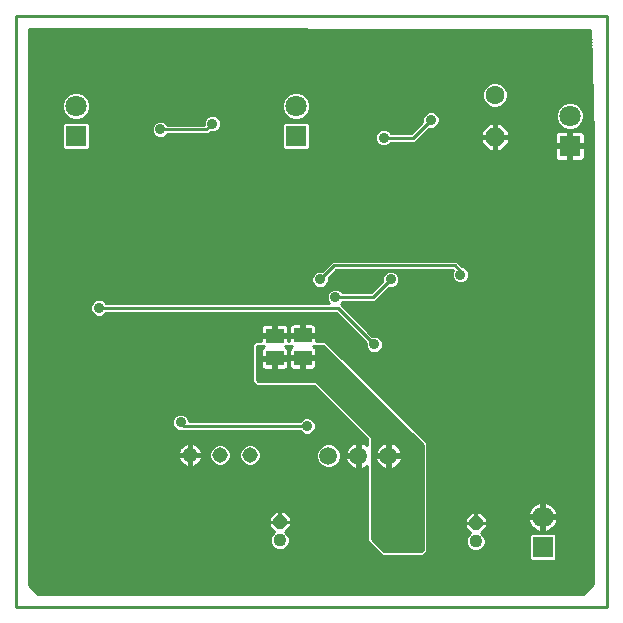
<source format=gbl>
G75*
G70*
%OFA0B0*%
%FSLAX24Y24*%
%IPPOS*%
%LPD*%
%AMOC8*
5,1,8,0,0,1.08239X$1,22.5*
%
%ADD10C,0.0100*%
%ADD11R,0.0591X0.0512*%
%ADD12C,0.0594*%
%ADD13OC8,0.0436*%
%ADD14C,0.0436*%
%ADD15R,0.0709X0.0709*%
%ADD16C,0.0709*%
%ADD17OC8,0.0630*%
%ADD18C,0.0630*%
%ADD19C,0.0515*%
%ADD20C,0.0360*%
%ADD21C,0.0210*%
D10*
X004627Y007324D02*
X024312Y007324D01*
X024312Y027009D01*
X004627Y027009D01*
X004627Y007324D01*
X005177Y007915D02*
X023682Y007915D01*
X023584Y007817D02*
X005276Y007817D01*
X005335Y007757D02*
X005060Y008033D01*
X005060Y026576D01*
X023760Y026537D01*
X023839Y022915D01*
X023839Y008072D01*
X023524Y007757D01*
X005335Y007757D01*
X005079Y008014D02*
X023781Y008014D01*
X023839Y008112D02*
X005060Y008112D01*
X005060Y008211D02*
X023839Y008211D01*
X023839Y008309D02*
X005060Y008309D01*
X005060Y008408D02*
X023839Y008408D01*
X023839Y008506D02*
X005060Y008506D01*
X005060Y008605D02*
X023839Y008605D01*
X023839Y008703D02*
X005060Y008703D01*
X005060Y008802D02*
X023839Y008802D01*
X023839Y008900D02*
X022614Y008900D01*
X022630Y008916D02*
X022630Y009716D01*
X022566Y009781D01*
X021766Y009781D01*
X021702Y009716D01*
X021702Y008916D01*
X021766Y008852D01*
X022566Y008852D01*
X022630Y008916D01*
X022630Y008999D02*
X023839Y008999D01*
X023839Y009097D02*
X022630Y009097D01*
X022630Y009196D02*
X023839Y009196D01*
X023839Y009294D02*
X022630Y009294D01*
X022630Y009393D02*
X023839Y009393D01*
X023839Y009491D02*
X022630Y009491D01*
X022630Y009590D02*
X023839Y009590D01*
X023839Y009688D02*
X022630Y009688D01*
X022495Y009932D02*
X022551Y009988D01*
X022597Y010052D01*
X022633Y010123D01*
X022658Y010198D01*
X022669Y010266D01*
X022216Y010266D01*
X022216Y009814D01*
X022284Y009824D01*
X022360Y009849D01*
X022430Y009885D01*
X022495Y009932D01*
X022547Y009984D02*
X023839Y009984D01*
X023839Y010082D02*
X022613Y010082D01*
X022652Y010181D02*
X023839Y010181D01*
X023839Y010279D02*
X022216Y010279D01*
X022216Y010266D02*
X022216Y010366D01*
X022669Y010366D01*
X022658Y010434D01*
X022633Y010510D01*
X022597Y010581D01*
X022551Y010645D01*
X022495Y010701D01*
X022430Y010748D01*
X022360Y010784D01*
X022284Y010808D01*
X022216Y010819D01*
X022216Y010366D01*
X022116Y010366D01*
X022116Y010266D01*
X022216Y010266D01*
X022216Y010181D02*
X022116Y010181D01*
X022116Y010266D02*
X022116Y009814D01*
X022048Y009824D01*
X021972Y009849D01*
X021902Y009885D01*
X021837Y009932D01*
X021781Y009988D01*
X021735Y010052D01*
X021699Y010123D01*
X021674Y010198D01*
X021663Y010266D01*
X022116Y010266D01*
X022116Y010279D02*
X020298Y010279D01*
X020310Y010268D02*
X020094Y010484D01*
X019951Y010484D01*
X019951Y010125D01*
X019932Y010125D01*
X019932Y010107D01*
X019573Y010107D01*
X019573Y009963D01*
X019757Y009780D01*
X019756Y009780D01*
X019663Y009687D01*
X019613Y009567D01*
X019613Y009436D01*
X019663Y009316D01*
X019756Y009223D01*
X019876Y009173D01*
X020007Y009173D01*
X020127Y009223D01*
X020220Y009316D01*
X020270Y009436D01*
X020270Y009567D01*
X020220Y009687D01*
X020127Y009780D01*
X020126Y009780D02*
X020310Y009963D01*
X020310Y010107D01*
X019951Y010107D01*
X019951Y010125D01*
X020310Y010125D01*
X020310Y010268D01*
X020310Y010181D02*
X021680Y010181D01*
X021719Y010082D02*
X020310Y010082D01*
X020310Y009984D02*
X021785Y009984D01*
X021901Y009885D02*
X020232Y009885D01*
X020133Y009787D02*
X023839Y009787D01*
X023839Y009885D02*
X022431Y009885D01*
X022216Y009885D02*
X022116Y009885D01*
X022116Y009984D02*
X022216Y009984D01*
X022216Y010082D02*
X022116Y010082D01*
X022116Y010366D02*
X021663Y010366D01*
X021674Y010434D01*
X021699Y010510D01*
X021735Y010581D01*
X021781Y010645D01*
X021837Y010701D01*
X021902Y010748D01*
X021972Y010784D01*
X022048Y010808D01*
X022116Y010819D01*
X022116Y010366D01*
X022116Y010378D02*
X022216Y010378D01*
X022216Y010476D02*
X022116Y010476D01*
X022116Y010575D02*
X022216Y010575D01*
X022216Y010673D02*
X022116Y010673D01*
X022116Y010772D02*
X022216Y010772D01*
X022383Y010772D02*
X023839Y010772D01*
X023839Y010870D02*
X018330Y010870D01*
X018330Y010772D02*
X021949Y010772D01*
X021810Y010673D02*
X018330Y010673D01*
X018330Y010575D02*
X021732Y010575D01*
X021688Y010476D02*
X020101Y010476D01*
X020200Y010378D02*
X021665Y010378D01*
X021702Y009688D02*
X020219Y009688D01*
X020260Y009590D02*
X021702Y009590D01*
X021702Y009491D02*
X020270Y009491D01*
X020252Y009393D02*
X021702Y009393D01*
X021702Y009294D02*
X020198Y009294D01*
X020061Y009196D02*
X021702Y009196D01*
X021702Y009097D02*
X018279Y009097D01*
X018291Y009108D02*
X018330Y009148D01*
X018330Y012784D01*
X018236Y012878D01*
X015087Y016028D01*
X014929Y016185D01*
X014623Y016185D01*
X014623Y016314D01*
X014228Y016314D01*
X014228Y016414D01*
X014128Y016414D01*
X014128Y016769D01*
X013863Y016769D01*
X013825Y016759D01*
X013790Y016740D01*
X013762Y016712D01*
X013743Y016677D01*
X013732Y016639D01*
X013732Y016414D01*
X014128Y016414D01*
X014128Y016314D01*
X013732Y016314D01*
X013732Y016185D01*
X013678Y016185D01*
X013678Y016306D01*
X013283Y016306D01*
X013283Y016406D01*
X013183Y016406D01*
X013183Y016762D01*
X012918Y016762D01*
X012880Y016751D01*
X012846Y016732D01*
X012818Y016704D01*
X012798Y016670D01*
X012788Y016631D01*
X012788Y016406D01*
X013183Y016406D01*
X013183Y016306D01*
X012788Y016306D01*
X012788Y016185D01*
X012592Y016185D01*
X012498Y016091D01*
X005060Y016091D01*
X005060Y016189D02*
X012788Y016189D01*
X012788Y016288D02*
X005060Y016288D01*
X005060Y016386D02*
X013183Y016386D01*
X013183Y016485D02*
X013283Y016485D01*
X013283Y016406D02*
X013283Y016762D01*
X013548Y016762D01*
X013586Y016751D01*
X013620Y016732D01*
X013648Y016704D01*
X013668Y016670D01*
X013678Y016631D01*
X013678Y016406D01*
X013283Y016406D01*
X013283Y016386D02*
X014128Y016386D01*
X014128Y016485D02*
X014228Y016485D01*
X014228Y016414D02*
X014228Y016769D01*
X014493Y016769D01*
X014531Y016759D01*
X014565Y016740D01*
X014593Y016712D01*
X014613Y016677D01*
X014623Y016639D01*
X014623Y016414D01*
X014228Y016414D01*
X014228Y016386D02*
X016008Y016386D01*
X016106Y016288D02*
X014623Y016288D01*
X014623Y016189D02*
X016205Y016189D01*
X016267Y016126D02*
X016266Y016122D01*
X016266Y016007D01*
X016310Y015900D01*
X016391Y015819D01*
X016498Y015774D01*
X016613Y015774D01*
X016720Y015819D01*
X016802Y015900D01*
X016846Y016007D01*
X016846Y016122D01*
X016802Y016229D01*
X016720Y016310D01*
X016613Y016354D01*
X016498Y016354D01*
X016494Y016353D01*
X015437Y017409D01*
X015502Y017475D01*
X015504Y017479D01*
X016583Y017479D01*
X017045Y017942D01*
X017049Y017940D01*
X017165Y017940D01*
X017271Y017984D01*
X017353Y018065D01*
X017397Y018172D01*
X017397Y018287D01*
X017353Y018394D01*
X017271Y018476D01*
X017165Y018520D01*
X017049Y018520D01*
X016943Y018476D01*
X016861Y018394D01*
X016817Y018287D01*
X016817Y018172D01*
X016819Y018168D01*
X016450Y017799D01*
X015504Y017799D01*
X015502Y017803D01*
X015421Y017885D01*
X015314Y017929D01*
X015199Y017929D01*
X015092Y017885D01*
X015011Y017803D01*
X014967Y017697D01*
X014967Y017581D01*
X015011Y017475D01*
X015041Y017445D01*
X007630Y017445D01*
X007628Y017449D01*
X007547Y017531D01*
X007440Y017575D01*
X007325Y017575D01*
X007218Y017531D01*
X007137Y017449D01*
X007092Y017343D01*
X007092Y017227D01*
X007137Y017121D01*
X007218Y017039D01*
X007325Y016995D01*
X007440Y016995D01*
X007547Y017039D01*
X007628Y017121D01*
X007630Y017125D01*
X015269Y017125D01*
X016267Y016126D01*
X016266Y016091D02*
X015023Y016091D01*
X015122Y015992D02*
X016272Y015992D01*
X016316Y015894D02*
X015220Y015894D01*
X015319Y015795D02*
X016448Y015795D01*
X016664Y015795D02*
X023839Y015795D01*
X023839Y015697D02*
X015417Y015697D01*
X015516Y015598D02*
X023839Y015598D01*
X023839Y015500D02*
X015614Y015500D01*
X015713Y015401D02*
X023839Y015401D01*
X023839Y015303D02*
X015811Y015303D01*
X015910Y015204D02*
X023839Y015204D01*
X023839Y015106D02*
X016008Y015106D01*
X016107Y015007D02*
X023839Y015007D01*
X023839Y014909D02*
X016205Y014909D01*
X016304Y014810D02*
X023839Y014810D01*
X023839Y014712D02*
X016402Y014712D01*
X016501Y014613D02*
X023839Y014613D01*
X023839Y014515D02*
X016599Y014515D01*
X016698Y014416D02*
X023839Y014416D01*
X023839Y014318D02*
X016796Y014318D01*
X016895Y014219D02*
X023839Y014219D01*
X023839Y014121D02*
X016993Y014121D01*
X017092Y014022D02*
X023839Y014022D01*
X023839Y013924D02*
X017190Y013924D01*
X017289Y013825D02*
X023839Y013825D01*
X023839Y013727D02*
X017387Y013727D01*
X017486Y013628D02*
X023839Y013628D01*
X023839Y013530D02*
X017584Y013530D01*
X017683Y013431D02*
X023839Y013431D01*
X023839Y013333D02*
X017781Y013333D01*
X017880Y013234D02*
X023839Y013234D01*
X023839Y013136D02*
X017978Y013136D01*
X018077Y013037D02*
X023839Y013037D01*
X023839Y012939D02*
X018175Y012939D01*
X018274Y012840D02*
X023839Y012840D01*
X023839Y012742D02*
X018330Y012742D01*
X018330Y012643D02*
X023839Y012643D01*
X023839Y012545D02*
X018330Y012545D01*
X018330Y012446D02*
X023839Y012446D01*
X023839Y012348D02*
X018330Y012348D01*
X018330Y012249D02*
X023839Y012249D01*
X023839Y012151D02*
X018330Y012151D01*
X018330Y012052D02*
X023839Y012052D01*
X023839Y011954D02*
X018330Y011954D01*
X018330Y011855D02*
X023839Y011855D01*
X023839Y011757D02*
X018330Y011757D01*
X018330Y011658D02*
X023839Y011658D01*
X023839Y011560D02*
X018330Y011560D01*
X018330Y011461D02*
X023839Y011461D01*
X023839Y011363D02*
X018330Y011363D01*
X018330Y011264D02*
X023839Y011264D01*
X023839Y011166D02*
X018330Y011166D01*
X018330Y011067D02*
X023839Y011067D01*
X023839Y010969D02*
X018330Y010969D01*
X018170Y010969D02*
X016477Y010969D01*
X016477Y011067D02*
X018170Y011067D01*
X018170Y011166D02*
X016477Y011166D01*
X016477Y011264D02*
X018170Y011264D01*
X018170Y011363D02*
X016477Y011363D01*
X016477Y011461D02*
X018170Y011461D01*
X018170Y011560D02*
X016477Y011560D01*
X016477Y011658D02*
X018170Y011658D01*
X018170Y011757D02*
X016477Y011757D01*
X016477Y011855D02*
X018170Y011855D01*
X018170Y011954D02*
X017227Y011954D01*
X017204Y011942D02*
X017266Y011974D01*
X017323Y012015D01*
X017373Y012065D01*
X017414Y012122D01*
X017446Y012184D01*
X017468Y012251D01*
X017477Y012307D01*
X017081Y012307D01*
X017081Y012404D01*
X017477Y012404D01*
X017468Y012460D01*
X017446Y012527D01*
X017414Y012590D01*
X017373Y012647D01*
X017323Y012697D01*
X017266Y012738D01*
X017204Y012770D01*
X017137Y012792D01*
X017081Y012800D01*
X017081Y012404D01*
X016984Y012404D01*
X016984Y012800D01*
X016927Y012792D01*
X016861Y012770D01*
X016798Y012738D01*
X016741Y012697D01*
X016691Y012647D01*
X016650Y012590D01*
X016618Y012527D01*
X016596Y012460D01*
X016587Y012404D01*
X016984Y012404D01*
X016984Y012307D01*
X017081Y012307D01*
X017081Y011911D01*
X017137Y011920D01*
X017204Y011942D01*
X017081Y011954D02*
X016984Y011954D01*
X016984Y011911D02*
X016984Y012307D01*
X016587Y012307D01*
X016596Y012251D01*
X016618Y012184D01*
X016650Y012122D01*
X016691Y012065D01*
X016741Y012015D01*
X016798Y011974D01*
X016861Y011942D01*
X016927Y011920D01*
X016984Y011911D01*
X016984Y012052D02*
X017081Y012052D01*
X017081Y012151D02*
X016984Y012151D01*
X016984Y012249D02*
X017081Y012249D01*
X017081Y012348D02*
X018170Y012348D01*
X018170Y012446D02*
X017470Y012446D01*
X017437Y012545D02*
X018170Y012545D01*
X018170Y012643D02*
X017376Y012643D01*
X017259Y012742D02*
X018146Y012742D01*
X018170Y012718D02*
X018170Y009214D01*
X018131Y009175D01*
X016871Y009175D01*
X016477Y009568D01*
X016477Y012994D01*
X014627Y014844D01*
X012697Y014844D01*
X012658Y014883D01*
X012658Y016025D01*
X012857Y016025D01*
X012879Y016003D01*
X012846Y015984D01*
X012818Y015956D01*
X012798Y015921D01*
X012788Y015883D01*
X012788Y015658D01*
X013183Y015658D01*
X013183Y015558D01*
X012788Y015558D01*
X012788Y015332D01*
X012798Y015294D01*
X012818Y015260D01*
X012846Y015232D01*
X012880Y015212D01*
X012918Y015202D01*
X013183Y015202D01*
X013183Y015558D01*
X013283Y015558D01*
X013283Y015658D01*
X013678Y015658D01*
X013678Y015883D01*
X013668Y015921D01*
X013648Y015956D01*
X013620Y015984D01*
X013587Y016003D01*
X013609Y016025D01*
X013810Y016025D01*
X013824Y016011D01*
X013790Y015991D01*
X013762Y015964D01*
X013743Y015929D01*
X013732Y015891D01*
X013732Y015666D01*
X014128Y015666D01*
X014128Y015566D01*
X013732Y015566D01*
X013732Y015340D01*
X013743Y015302D01*
X013762Y015268D01*
X013790Y015240D01*
X013825Y015220D01*
X013863Y015210D01*
X014128Y015210D01*
X014128Y015566D01*
X014228Y015566D01*
X014228Y015666D01*
X014623Y015666D01*
X014623Y015891D01*
X014613Y015929D01*
X014593Y015964D01*
X014565Y015991D01*
X014532Y016011D01*
X014546Y016025D01*
X014863Y016025D01*
X018170Y012718D01*
X018048Y012840D02*
X016477Y012840D01*
X016477Y012742D02*
X016805Y012742D01*
X016689Y012643D02*
X016477Y012643D01*
X016477Y012545D02*
X016627Y012545D01*
X016594Y012446D02*
X016477Y012446D01*
X016477Y012348D02*
X016984Y012348D01*
X016984Y012446D02*
X017081Y012446D01*
X017081Y012545D02*
X016984Y012545D01*
X016984Y012643D02*
X017081Y012643D01*
X017081Y012742D02*
X016984Y012742D01*
X016477Y012939D02*
X017949Y012939D01*
X017851Y013037D02*
X016433Y013037D01*
X016335Y013136D02*
X017752Y013136D01*
X017654Y013234D02*
X016236Y013234D01*
X016138Y013333D02*
X017555Y013333D01*
X017457Y013431D02*
X016039Y013431D01*
X015941Y013530D02*
X017358Y013530D01*
X017260Y013628D02*
X015842Y013628D01*
X015744Y013727D02*
X017161Y013727D01*
X017063Y013825D02*
X015645Y013825D01*
X015547Y013924D02*
X016964Y013924D01*
X016866Y014022D02*
X015448Y014022D01*
X015350Y014121D02*
X016767Y014121D01*
X016669Y014219D02*
X015251Y014219D01*
X015153Y014318D02*
X016570Y014318D01*
X016472Y014416D02*
X015054Y014416D01*
X014956Y014515D02*
X016373Y014515D01*
X016275Y014613D02*
X014857Y014613D01*
X014759Y014712D02*
X016176Y014712D01*
X016078Y014810D02*
X014660Y014810D01*
X014560Y014684D02*
X016317Y012927D01*
X016317Y012701D01*
X016266Y012738D01*
X016204Y012770D01*
X016137Y012792D01*
X016081Y012800D01*
X016081Y012404D01*
X015984Y012404D01*
X015984Y012800D01*
X015927Y012792D01*
X015861Y012770D01*
X015798Y012738D01*
X015741Y012697D01*
X015691Y012647D01*
X015650Y012590D01*
X015618Y012527D01*
X015596Y012460D01*
X015587Y012404D01*
X015984Y012404D01*
X015984Y012307D01*
X016081Y012307D01*
X016081Y011911D01*
X016137Y011920D01*
X016204Y011942D01*
X016266Y011974D01*
X016317Y012010D01*
X016317Y009502D01*
X016411Y009408D01*
X016804Y009015D01*
X018197Y009015D01*
X018291Y009108D01*
X018330Y009196D02*
X019822Y009196D01*
X019685Y009294D02*
X018330Y009294D01*
X018330Y009393D02*
X019631Y009393D01*
X019613Y009491D02*
X018330Y009491D01*
X018330Y009590D02*
X019623Y009590D01*
X019664Y009688D02*
X018330Y009688D01*
X018330Y009787D02*
X019750Y009787D01*
X019651Y009885D02*
X018330Y009885D01*
X018330Y009984D02*
X019573Y009984D01*
X019573Y010082D02*
X018330Y010082D01*
X018330Y010181D02*
X019573Y010181D01*
X019573Y010125D02*
X019932Y010125D01*
X019932Y010484D01*
X019789Y010484D01*
X019573Y010268D01*
X019573Y010125D01*
X019585Y010279D02*
X018330Y010279D01*
X018330Y010378D02*
X019683Y010378D01*
X019782Y010476D02*
X018330Y010476D01*
X018170Y010476D02*
X016477Y010476D01*
X016477Y010378D02*
X018170Y010378D01*
X018170Y010279D02*
X016477Y010279D01*
X016477Y010181D02*
X018170Y010181D01*
X018170Y010082D02*
X016477Y010082D01*
X016477Y009984D02*
X018170Y009984D01*
X018170Y009885D02*
X016477Y009885D01*
X016477Y009787D02*
X018170Y009787D01*
X018170Y009688D02*
X016477Y009688D01*
X016477Y009590D02*
X018170Y009590D01*
X018170Y009491D02*
X016554Y009491D01*
X016653Y009393D02*
X018170Y009393D01*
X018170Y009294D02*
X016751Y009294D01*
X016850Y009196D02*
X018152Y009196D01*
X018170Y010575D02*
X016477Y010575D01*
X016477Y010673D02*
X018170Y010673D01*
X018170Y010772D02*
X016477Y010772D01*
X016477Y010870D02*
X018170Y010870D01*
X018170Y012052D02*
X017361Y012052D01*
X017429Y012151D02*
X018170Y012151D01*
X018170Y012249D02*
X017467Y012249D01*
X016837Y011954D02*
X016477Y011954D01*
X016477Y012052D02*
X016704Y012052D01*
X016635Y012151D02*
X016477Y012151D01*
X016477Y012249D02*
X016597Y012249D01*
X016317Y011954D02*
X016227Y011954D01*
X016317Y011855D02*
X005060Y011855D01*
X005060Y011757D02*
X016317Y011757D01*
X016317Y011658D02*
X005060Y011658D01*
X005060Y011560D02*
X016317Y011560D01*
X016317Y011461D02*
X005060Y011461D01*
X005060Y011363D02*
X016317Y011363D01*
X016317Y011264D02*
X005060Y011264D01*
X005060Y011166D02*
X016317Y011166D01*
X016317Y011067D02*
X005060Y011067D01*
X005060Y010969D02*
X016317Y010969D01*
X016317Y010870D02*
X005060Y010870D01*
X005060Y010772D02*
X016317Y010772D01*
X016317Y010673D02*
X005060Y010673D01*
X005060Y010575D02*
X016317Y010575D01*
X016317Y010476D02*
X013601Y010476D01*
X013559Y010519D02*
X013415Y010519D01*
X013415Y010160D01*
X013397Y010160D01*
X013397Y010142D01*
X013038Y010142D01*
X013038Y009999D01*
X013221Y009815D01*
X013220Y009815D01*
X013128Y009723D01*
X013078Y009602D01*
X013078Y009472D01*
X013128Y009351D01*
X013220Y009259D01*
X013341Y009209D01*
X013471Y009209D01*
X013592Y009259D01*
X013684Y009351D01*
X013734Y009472D01*
X013734Y009602D01*
X013684Y009723D01*
X013592Y009815D01*
X013591Y009815D01*
X013774Y009999D01*
X013774Y010142D01*
X013415Y010142D01*
X013415Y010160D01*
X013774Y010160D01*
X013774Y010303D01*
X013559Y010519D01*
X013415Y010476D02*
X013397Y010476D01*
X013397Y010519D02*
X013254Y010519D01*
X013038Y010303D01*
X013038Y010160D01*
X013397Y010160D01*
X013397Y010519D01*
X013397Y010378D02*
X013415Y010378D01*
X013415Y010279D02*
X013397Y010279D01*
X013397Y010181D02*
X013415Y010181D01*
X013211Y010476D02*
X005060Y010476D01*
X005060Y010378D02*
X013112Y010378D01*
X013038Y010279D02*
X005060Y010279D01*
X005060Y010181D02*
X013038Y010181D01*
X013038Y010082D02*
X005060Y010082D01*
X005060Y009984D02*
X013053Y009984D01*
X013151Y009885D02*
X005060Y009885D01*
X005060Y009787D02*
X013192Y009787D01*
X013114Y009688D02*
X005060Y009688D01*
X005060Y009590D02*
X013078Y009590D01*
X013078Y009491D02*
X005060Y009491D01*
X005060Y009393D02*
X013111Y009393D01*
X013185Y009294D02*
X005060Y009294D01*
X005060Y009196D02*
X016623Y009196D01*
X016525Y009294D02*
X013628Y009294D01*
X013702Y009393D02*
X016426Y009393D01*
X016328Y009491D02*
X013734Y009491D01*
X013734Y009590D02*
X016317Y009590D01*
X016317Y009688D02*
X013699Y009688D01*
X013620Y009787D02*
X016317Y009787D01*
X016317Y009885D02*
X013661Y009885D01*
X013759Y009984D02*
X016317Y009984D01*
X016317Y010082D02*
X013774Y010082D01*
X013774Y010181D02*
X016317Y010181D01*
X016317Y010279D02*
X013774Y010279D01*
X013700Y010378D02*
X016317Y010378D01*
X016722Y009097D02*
X005060Y009097D01*
X005060Y008999D02*
X021702Y008999D01*
X021718Y008900D02*
X005060Y008900D01*
X005060Y011954D02*
X014939Y011954D01*
X014951Y011949D02*
X015113Y011949D01*
X015263Y012011D01*
X015377Y012125D01*
X015439Y012275D01*
X015439Y012437D01*
X015377Y012586D01*
X015263Y012701D01*
X015113Y012763D01*
X014951Y012763D01*
X014802Y012701D01*
X014687Y012586D01*
X014625Y012437D01*
X014625Y012275D01*
X014687Y012125D01*
X014802Y012011D01*
X014951Y011949D01*
X015125Y011954D02*
X015837Y011954D01*
X015861Y011942D02*
X015798Y011974D01*
X015741Y012015D01*
X015691Y012065D01*
X015650Y012122D01*
X015618Y012184D01*
X015596Y012251D01*
X015587Y012307D01*
X015984Y012307D01*
X015984Y011911D01*
X015927Y011920D01*
X015861Y011942D01*
X015984Y011954D02*
X016081Y011954D01*
X016081Y012052D02*
X015984Y012052D01*
X015984Y012151D02*
X016081Y012151D01*
X016081Y012249D02*
X015984Y012249D01*
X015984Y012348D02*
X015439Y012348D01*
X015435Y012446D02*
X015594Y012446D01*
X015627Y012545D02*
X015394Y012545D01*
X015320Y012643D02*
X015689Y012643D01*
X015805Y012742D02*
X015163Y012742D01*
X014901Y012742D02*
X012509Y012742D01*
X012487Y012751D02*
X012341Y012751D01*
X012206Y012695D01*
X012102Y012591D01*
X012047Y012456D01*
X012047Y012310D01*
X012102Y012175D01*
X012206Y012072D01*
X012341Y012016D01*
X012487Y012016D01*
X012622Y012072D01*
X012726Y012175D01*
X012781Y012310D01*
X012781Y012456D01*
X012726Y012591D01*
X012622Y012695D01*
X012487Y012751D01*
X012319Y012742D02*
X011509Y012742D01*
X011487Y012751D02*
X011622Y012695D01*
X011726Y012591D01*
X011781Y012456D01*
X011781Y012310D01*
X011726Y012175D01*
X011622Y012072D01*
X011487Y012016D01*
X011341Y012016D01*
X011206Y012072D01*
X011102Y012175D01*
X011047Y012310D01*
X011047Y012456D01*
X011102Y012591D01*
X011206Y012695D01*
X011341Y012751D01*
X011487Y012751D01*
X011319Y012742D02*
X010608Y012742D01*
X010628Y012732D02*
X010570Y012761D01*
X010509Y012781D01*
X010446Y012791D01*
X010443Y012791D01*
X010443Y012412D01*
X010821Y012412D01*
X010821Y012415D01*
X010811Y012479D01*
X010792Y012540D01*
X010762Y012597D01*
X010725Y012649D01*
X010679Y012694D01*
X010628Y012732D01*
X010729Y012643D02*
X011154Y012643D01*
X011083Y012545D02*
X010789Y012545D01*
X010817Y012446D02*
X011047Y012446D01*
X011047Y012348D02*
X010821Y012348D01*
X010821Y012351D02*
X010821Y012355D01*
X010443Y012355D01*
X010443Y012412D01*
X010385Y012412D01*
X010385Y012355D01*
X010007Y012355D01*
X010007Y012351D01*
X010017Y012288D01*
X010036Y012227D01*
X010065Y012170D01*
X010103Y012118D01*
X010149Y012072D01*
X010200Y012035D01*
X010258Y012006D01*
X010319Y011986D01*
X010382Y011976D01*
X010385Y011976D01*
X010385Y012355D01*
X010443Y012355D01*
X010443Y011976D01*
X010446Y011976D01*
X010509Y011986D01*
X010570Y012006D01*
X010628Y012035D01*
X010679Y012072D01*
X010725Y012118D01*
X010762Y012170D01*
X010792Y012227D01*
X010811Y012288D01*
X010821Y012351D01*
X010799Y012249D02*
X011072Y012249D01*
X011127Y012151D02*
X010749Y012151D01*
X010652Y012052D02*
X011253Y012052D01*
X011575Y012052D02*
X012253Y012052D01*
X012127Y012151D02*
X011701Y012151D01*
X011756Y012249D02*
X012072Y012249D01*
X012047Y012348D02*
X011781Y012348D01*
X011781Y012446D02*
X012047Y012446D01*
X012083Y012545D02*
X011745Y012545D01*
X011674Y012643D02*
X012154Y012643D01*
X012674Y012643D02*
X014744Y012643D01*
X014670Y012545D02*
X012745Y012545D01*
X012781Y012446D02*
X014629Y012446D01*
X014625Y012348D02*
X012781Y012348D01*
X012756Y012249D02*
X014636Y012249D01*
X014677Y012151D02*
X012701Y012151D01*
X012575Y012052D02*
X014760Y012052D01*
X015304Y012052D02*
X015704Y012052D01*
X015635Y012151D02*
X015388Y012151D01*
X015428Y012249D02*
X015597Y012249D01*
X015984Y012446D02*
X016081Y012446D01*
X016081Y012545D02*
X015984Y012545D01*
X015984Y012643D02*
X016081Y012643D01*
X016081Y012742D02*
X015984Y012742D01*
X016259Y012742D02*
X016317Y012742D01*
X016317Y012840D02*
X005060Y012840D01*
X005060Y012742D02*
X010220Y012742D01*
X010200Y012732D02*
X010149Y012694D01*
X010103Y012649D01*
X010065Y012597D01*
X010036Y012540D01*
X010017Y012479D01*
X010007Y012415D01*
X010007Y012412D01*
X010385Y012412D01*
X010385Y012791D01*
X010382Y012791D01*
X010319Y012781D01*
X010258Y012761D01*
X010200Y012732D01*
X010099Y012643D02*
X005060Y012643D01*
X005060Y012545D02*
X010039Y012545D01*
X010011Y012446D02*
X005060Y012446D01*
X005060Y012348D02*
X010007Y012348D01*
X010029Y012249D02*
X005060Y012249D01*
X005060Y012151D02*
X010079Y012151D01*
X010176Y012052D02*
X005060Y012052D01*
X005060Y012939D02*
X016305Y012939D01*
X016207Y013037D02*
X005060Y013037D01*
X005060Y013136D02*
X014114Y013136D01*
X014147Y013102D02*
X014254Y013058D01*
X014369Y013058D01*
X014476Y013102D01*
X014557Y013184D01*
X014602Y013290D01*
X014602Y013406D01*
X014557Y013512D01*
X014476Y013594D01*
X014369Y013638D01*
X014254Y013638D01*
X014147Y013594D01*
X014066Y013512D01*
X014064Y013508D01*
X010389Y013508D01*
X010389Y013524D01*
X010345Y013630D01*
X010263Y013712D01*
X010157Y013756D01*
X010041Y013756D01*
X009935Y013712D01*
X009853Y013630D01*
X009809Y013524D01*
X009809Y013408D01*
X009853Y013302D01*
X009935Y013220D01*
X010041Y013176D01*
X010157Y013176D01*
X010185Y013188D01*
X014064Y013188D01*
X014066Y013184D01*
X014147Y013102D01*
X014312Y013348D02*
X010217Y013348D01*
X010099Y013466D01*
X009971Y013727D02*
X005060Y013727D01*
X005060Y013825D02*
X015419Y013825D01*
X015517Y013727D02*
X010227Y013727D01*
X010346Y013628D02*
X014231Y013628D01*
X014392Y013628D02*
X015616Y013628D01*
X015714Y013530D02*
X014540Y013530D01*
X014591Y013431D02*
X015813Y013431D01*
X015911Y013333D02*
X014602Y013333D01*
X014578Y013234D02*
X016010Y013234D01*
X016108Y013136D02*
X014510Y013136D01*
X014083Y013530D02*
X010386Y013530D01*
X009852Y013628D02*
X005060Y013628D01*
X005060Y013530D02*
X009812Y013530D01*
X009809Y013431D02*
X005060Y013431D01*
X005060Y013333D02*
X009840Y013333D01*
X009921Y013234D02*
X005060Y013234D01*
X005060Y013924D02*
X015320Y013924D01*
X015222Y014022D02*
X005060Y014022D01*
X005060Y014121D02*
X015123Y014121D01*
X015025Y014219D02*
X005060Y014219D01*
X005060Y014318D02*
X014926Y014318D01*
X014828Y014416D02*
X005060Y014416D01*
X005060Y014515D02*
X014729Y014515D01*
X014631Y014613D02*
X005060Y014613D01*
X005060Y014712D02*
X012603Y014712D01*
X012592Y014723D02*
X012631Y014684D01*
X013123Y014684D01*
X013152Y014672D01*
X013267Y014672D01*
X013296Y014684D01*
X014560Y014684D01*
X014493Y015210D02*
X014228Y015210D01*
X014228Y015566D01*
X014623Y015566D01*
X014623Y015340D01*
X014613Y015302D01*
X014593Y015268D01*
X014565Y015240D01*
X014531Y015220D01*
X014493Y015210D01*
X014613Y015303D02*
X015585Y015303D01*
X015487Y015401D02*
X014623Y015401D01*
X014623Y015500D02*
X015388Y015500D01*
X015290Y015598D02*
X014228Y015598D01*
X014228Y015500D02*
X014128Y015500D01*
X014128Y015598D02*
X013283Y015598D01*
X013283Y015558D02*
X013678Y015558D01*
X013678Y015332D01*
X013668Y015294D01*
X013648Y015260D01*
X013620Y015232D01*
X013586Y015212D01*
X013548Y015202D01*
X013283Y015202D01*
X013283Y015558D01*
X013283Y015500D02*
X013183Y015500D01*
X013209Y015584D02*
X013233Y015608D01*
X013209Y015584D02*
X013209Y014962D01*
X013183Y015204D02*
X013283Y015204D01*
X013283Y015303D02*
X013183Y015303D01*
X013183Y015401D02*
X013283Y015401D01*
X013183Y015598D02*
X012658Y015598D01*
X012658Y015500D02*
X012788Y015500D01*
X012788Y015401D02*
X012658Y015401D01*
X012658Y015303D02*
X012795Y015303D01*
X012909Y015204D02*
X012658Y015204D01*
X012658Y015106D02*
X015782Y015106D01*
X015684Y015204D02*
X013557Y015204D01*
X013670Y015303D02*
X013742Y015303D01*
X013732Y015401D02*
X013678Y015401D01*
X013678Y015500D02*
X013732Y015500D01*
X013732Y015697D02*
X013678Y015697D01*
X013678Y015795D02*
X013732Y015795D01*
X013733Y015894D02*
X013675Y015894D01*
X013605Y015992D02*
X013792Y015992D01*
X013732Y016189D02*
X013678Y016189D01*
X013678Y016288D02*
X013732Y016288D01*
X013732Y016485D02*
X013678Y016485D01*
X013678Y016583D02*
X013732Y016583D01*
X013745Y016682D02*
X013661Y016682D01*
X013283Y016682D02*
X013183Y016682D01*
X013183Y016583D02*
X013283Y016583D01*
X012805Y016682D02*
X005060Y016682D01*
X005060Y016780D02*
X015614Y016780D01*
X015712Y016682D02*
X014610Y016682D01*
X014623Y016583D02*
X015811Y016583D01*
X015909Y016485D02*
X014623Y016485D01*
X014228Y016583D02*
X014128Y016583D01*
X014128Y016682D02*
X014228Y016682D01*
X014564Y015992D02*
X014896Y015992D01*
X014994Y015894D02*
X014622Y015894D01*
X014623Y015795D02*
X015093Y015795D01*
X015191Y015697D02*
X014623Y015697D01*
X014228Y015401D02*
X014128Y015401D01*
X014128Y015303D02*
X014228Y015303D01*
X012788Y015697D02*
X012658Y015697D01*
X012658Y015795D02*
X012788Y015795D01*
X012790Y015894D02*
X012658Y015894D01*
X012658Y015992D02*
X012860Y015992D01*
X012498Y015992D02*
X005060Y015992D01*
X005060Y015894D02*
X012498Y015894D01*
X012498Y015795D02*
X005060Y015795D01*
X005060Y015697D02*
X012498Y015697D01*
X012498Y015598D02*
X005060Y015598D01*
X005060Y015500D02*
X012498Y015500D01*
X012498Y015401D02*
X005060Y015401D01*
X005060Y015303D02*
X012498Y015303D01*
X012498Y015204D02*
X005060Y015204D01*
X005060Y015106D02*
X012498Y015106D01*
X012498Y015007D02*
X005060Y015007D01*
X005060Y014909D02*
X012498Y014909D01*
X012498Y014817D02*
X012592Y014723D01*
X012505Y014810D02*
X005060Y014810D01*
X005060Y016485D02*
X012788Y016485D01*
X012788Y016583D02*
X005060Y016583D01*
X005060Y016879D02*
X015515Y016879D01*
X015417Y016977D02*
X005060Y016977D01*
X005060Y017076D02*
X007181Y017076D01*
X007114Y017174D02*
X005060Y017174D01*
X005060Y017273D02*
X007092Y017273D01*
X007104Y017371D02*
X005060Y017371D01*
X005060Y017470D02*
X007157Y017470D01*
X007309Y017568D02*
X005060Y017568D01*
X005060Y017667D02*
X014967Y017667D01*
X014972Y017568D02*
X007456Y017568D01*
X007608Y017470D02*
X015016Y017470D01*
X015257Y017639D02*
X016516Y017639D01*
X017107Y018230D01*
X017219Y017962D02*
X023839Y017962D01*
X023839Y017864D02*
X016967Y017864D01*
X016869Y017765D02*
X023839Y017765D01*
X023839Y017667D02*
X016770Y017667D01*
X016672Y017568D02*
X023839Y017568D01*
X023839Y017470D02*
X015497Y017470D01*
X015475Y017371D02*
X023839Y017371D01*
X023839Y017273D02*
X015574Y017273D01*
X015672Y017174D02*
X023839Y017174D01*
X023839Y017076D02*
X015771Y017076D01*
X015869Y016977D02*
X023839Y016977D01*
X023839Y016879D02*
X015968Y016879D01*
X016066Y016780D02*
X023839Y016780D01*
X023839Y016682D02*
X016165Y016682D01*
X016263Y016583D02*
X023839Y016583D01*
X023839Y016485D02*
X016362Y016485D01*
X016460Y016386D02*
X023839Y016386D01*
X023839Y016288D02*
X016742Y016288D01*
X016818Y016189D02*
X023839Y016189D01*
X023839Y016091D02*
X016846Y016091D01*
X016840Y015992D02*
X023839Y015992D01*
X023839Y015894D02*
X016795Y015894D01*
X016556Y016064D02*
X015335Y017285D01*
X007382Y017285D01*
X007584Y017076D02*
X015318Y017076D01*
X014995Y017765D02*
X005060Y017765D01*
X005060Y017864D02*
X015071Y017864D01*
X014909Y017984D02*
X014991Y018065D01*
X015035Y018172D01*
X015035Y018287D01*
X015033Y018292D01*
X015283Y018542D01*
X019167Y018542D01*
X019176Y018533D01*
X019140Y018445D01*
X019140Y018330D01*
X019184Y018223D01*
X019265Y018141D01*
X019372Y018097D01*
X019487Y018097D01*
X019594Y018141D01*
X019676Y018223D01*
X019720Y018330D01*
X019720Y018445D01*
X019676Y018551D01*
X019594Y018633D01*
X019487Y018677D01*
X019484Y018677D01*
X019393Y018768D01*
X019299Y018862D01*
X015151Y018862D01*
X014807Y018518D01*
X014802Y018520D01*
X014687Y018520D01*
X014580Y018476D01*
X014499Y018394D01*
X014455Y018287D01*
X014455Y018172D01*
X014499Y018065D01*
X014580Y017984D01*
X014687Y017940D01*
X014802Y017940D01*
X014909Y017984D01*
X014857Y017962D02*
X016613Y017962D01*
X016515Y017864D02*
X015442Y017864D01*
X014986Y018061D02*
X016712Y018061D01*
X016810Y018159D02*
X015029Y018159D01*
X015035Y018258D02*
X016817Y018258D01*
X016845Y018356D02*
X015097Y018356D01*
X015196Y018455D02*
X016922Y018455D01*
X017292Y018455D02*
X019144Y018455D01*
X019140Y018356D02*
X017368Y018356D01*
X017397Y018258D02*
X019169Y018258D01*
X019248Y018159D02*
X017392Y018159D01*
X017348Y018061D02*
X023839Y018061D01*
X023839Y018159D02*
X019612Y018159D01*
X019690Y018258D02*
X023839Y018258D01*
X023839Y018356D02*
X019720Y018356D01*
X019716Y018455D02*
X023839Y018455D01*
X023839Y018553D02*
X019674Y018553D01*
X019549Y018652D02*
X023839Y018652D01*
X023839Y018750D02*
X019411Y018750D01*
X019313Y018849D02*
X023839Y018849D01*
X023839Y018947D02*
X005060Y018947D01*
X005060Y018849D02*
X015137Y018849D01*
X015039Y018750D02*
X005060Y018750D01*
X005060Y018652D02*
X014940Y018652D01*
X014842Y018553D02*
X005060Y018553D01*
X005060Y018455D02*
X014560Y018455D01*
X014483Y018356D02*
X005060Y018356D01*
X005060Y018258D02*
X014455Y018258D01*
X014460Y018159D02*
X005060Y018159D01*
X005060Y018061D02*
X014504Y018061D01*
X014633Y017962D02*
X005060Y017962D01*
X005060Y019046D02*
X023839Y019046D01*
X023839Y019144D02*
X005060Y019144D01*
X005060Y019243D02*
X023839Y019243D01*
X023839Y019341D02*
X005060Y019341D01*
X005060Y019440D02*
X023839Y019440D01*
X023839Y019538D02*
X005060Y019538D01*
X005060Y019637D02*
X023839Y019637D01*
X023839Y019735D02*
X005060Y019735D01*
X005060Y019834D02*
X023839Y019834D01*
X023839Y019932D02*
X005060Y019932D01*
X005060Y020031D02*
X023839Y020031D01*
X023839Y020129D02*
X005060Y020129D01*
X005060Y020228D02*
X023839Y020228D01*
X023839Y020326D02*
X005060Y020326D01*
X005060Y020425D02*
X023839Y020425D01*
X023839Y020523D02*
X005060Y020523D01*
X005060Y020622D02*
X023839Y020622D01*
X023839Y020720D02*
X005060Y020720D01*
X005060Y020819D02*
X023839Y020819D01*
X023839Y020917D02*
X005060Y020917D01*
X005060Y021016D02*
X023839Y021016D01*
X023839Y021114D02*
X005060Y021114D01*
X005060Y021213D02*
X023839Y021213D01*
X023839Y021311D02*
X005060Y021311D01*
X005060Y021410D02*
X023839Y021410D01*
X023839Y021508D02*
X005060Y021508D01*
X005060Y021607D02*
X023839Y021607D01*
X023839Y021705D02*
X005060Y021705D01*
X005060Y021804D02*
X023839Y021804D01*
X023839Y021902D02*
X005060Y021902D01*
X005060Y022001D02*
X023839Y022001D01*
X023839Y022099D02*
X005060Y022099D01*
X005060Y022198D02*
X022643Y022198D01*
X022659Y022188D02*
X022697Y022178D01*
X023021Y022178D01*
X023021Y022632D01*
X023121Y022632D01*
X023121Y022178D01*
X023446Y022178D01*
X023484Y022188D01*
X023518Y022208D01*
X023546Y022236D01*
X023566Y022270D01*
X023576Y022308D01*
X023576Y022632D01*
X023121Y022632D01*
X023121Y022732D01*
X023021Y022732D01*
X023021Y022632D01*
X022567Y022632D01*
X022567Y022308D01*
X022577Y022270D01*
X022597Y022236D01*
X022625Y022208D01*
X022659Y022188D01*
X022570Y022296D02*
X005060Y022296D01*
X005060Y022395D02*
X022567Y022395D01*
X022567Y022493D02*
X005060Y022493D01*
X005060Y022592D02*
X006168Y022592D01*
X006154Y022605D02*
X006219Y022541D01*
X007019Y022541D01*
X007083Y022605D01*
X007083Y023405D01*
X007019Y023470D01*
X006219Y023470D01*
X006154Y023405D01*
X006154Y022605D01*
X006154Y022690D02*
X005060Y022690D01*
X005060Y022789D02*
X006154Y022789D01*
X006154Y022887D02*
X005060Y022887D01*
X005060Y022986D02*
X006154Y022986D01*
X006154Y023084D02*
X005060Y023084D01*
X005060Y023183D02*
X006154Y023183D01*
X006154Y023281D02*
X005060Y023281D01*
X005060Y023380D02*
X006154Y023380D01*
X006356Y023612D02*
X006526Y023541D01*
X006711Y023541D01*
X006882Y023612D01*
X007012Y023742D01*
X007083Y023913D01*
X007083Y024098D01*
X007012Y024268D01*
X006882Y024399D01*
X006711Y024470D01*
X006526Y024470D01*
X006356Y024399D01*
X006225Y024268D01*
X006154Y024098D01*
X006154Y023913D01*
X006225Y023742D01*
X006356Y023612D01*
X006292Y023675D02*
X005060Y023675D01*
X005060Y023577D02*
X006440Y023577D01*
X006212Y023774D02*
X005060Y023774D01*
X005060Y023872D02*
X006171Y023872D01*
X006154Y023971D02*
X005060Y023971D01*
X005060Y024069D02*
X006154Y024069D01*
X006183Y024168D02*
X005060Y024168D01*
X005060Y024266D02*
X006224Y024266D01*
X006321Y024365D02*
X005060Y024365D01*
X005060Y024463D02*
X006511Y024463D01*
X006726Y024463D02*
X013809Y024463D01*
X013853Y024481D02*
X013682Y024411D01*
X013552Y024280D01*
X013481Y024109D01*
X013481Y023925D01*
X013552Y023754D01*
X013682Y023623D01*
X013853Y023553D01*
X014038Y023553D01*
X014209Y023623D01*
X014339Y023754D01*
X014410Y023925D01*
X014410Y024109D01*
X014339Y024280D01*
X014209Y024411D01*
X014038Y024481D01*
X013853Y024481D01*
X014082Y024463D02*
X020150Y024463D01*
X020150Y024294D01*
X020215Y024138D01*
X020335Y024018D01*
X020491Y023954D01*
X020660Y023954D01*
X020816Y024018D01*
X020936Y024138D01*
X021000Y024294D01*
X021000Y024463D01*
X020936Y024619D01*
X020816Y024739D01*
X020660Y024804D01*
X020491Y024804D01*
X020335Y024739D01*
X020215Y024619D01*
X020150Y024463D01*
X020150Y024365D02*
X014255Y024365D01*
X014345Y024266D02*
X020162Y024266D01*
X020203Y024168D02*
X014386Y024168D01*
X014410Y024069D02*
X020284Y024069D01*
X020449Y023971D02*
X014410Y023971D01*
X014388Y023872D02*
X022647Y023872D01*
X022678Y023946D02*
X022607Y023775D01*
X022607Y023590D01*
X022678Y023419D01*
X022808Y023289D01*
X022979Y023218D01*
X023164Y023218D01*
X023334Y023289D01*
X023465Y023419D01*
X023536Y023590D01*
X023536Y023775D01*
X023465Y023946D01*
X023334Y024076D01*
X023164Y024147D01*
X022979Y024147D01*
X022808Y024076D01*
X022678Y023946D01*
X022703Y023971D02*
X020701Y023971D01*
X020867Y024069D02*
X022802Y024069D01*
X022607Y023774D02*
X018627Y023774D01*
X018610Y023791D02*
X018503Y023835D01*
X018388Y023835D01*
X018281Y023791D01*
X018200Y023709D01*
X018155Y023602D01*
X018155Y023487D01*
X018157Y023483D01*
X017789Y023114D01*
X017118Y023114D01*
X017117Y023118D01*
X017035Y023200D01*
X016928Y023244D01*
X016813Y023244D01*
X016706Y023200D01*
X016625Y023118D01*
X016581Y023012D01*
X016581Y022896D01*
X016625Y022790D01*
X016706Y022708D01*
X016813Y022664D01*
X016928Y022664D01*
X017035Y022708D01*
X017117Y022790D01*
X017118Y022794D01*
X017921Y022794D01*
X018384Y023256D01*
X018388Y023255D01*
X018503Y023255D01*
X018610Y023299D01*
X018691Y023380D01*
X020319Y023380D01*
X020383Y023444D02*
X020110Y023171D01*
X020110Y023009D01*
X020545Y023009D01*
X020545Y023444D01*
X020383Y023444D01*
X020545Y023380D02*
X020605Y023380D01*
X020605Y023444D02*
X020605Y023009D01*
X020545Y023009D01*
X020545Y022949D01*
X020110Y022949D01*
X020110Y022786D01*
X020383Y022514D01*
X020545Y022514D01*
X020545Y022949D01*
X020605Y022949D01*
X020605Y023009D01*
X021040Y023009D01*
X021040Y023171D01*
X020768Y023444D01*
X020605Y023444D01*
X020605Y023281D02*
X020545Y023281D01*
X020545Y023183D02*
X020605Y023183D01*
X020605Y023084D02*
X020545Y023084D01*
X020545Y022986D02*
X018113Y022986D01*
X018211Y023084D02*
X020110Y023084D01*
X020122Y023183D02*
X018310Y023183D01*
X018567Y023281D02*
X020221Y023281D01*
X020110Y022887D02*
X018014Y022887D01*
X017855Y022954D02*
X018445Y023545D01*
X018186Y023675D02*
X014260Y023675D01*
X014347Y023774D02*
X018264Y023774D01*
X018155Y023577D02*
X014096Y023577D01*
X014345Y023481D02*
X014410Y023417D01*
X014410Y022617D01*
X014345Y022553D01*
X013546Y022553D01*
X013481Y022617D01*
X013481Y023417D01*
X013546Y023481D01*
X014345Y023481D01*
X014349Y023478D02*
X018153Y023478D01*
X018054Y023380D02*
X014410Y023380D01*
X014410Y023281D02*
X017956Y023281D01*
X017857Y023183D02*
X017052Y023183D01*
X016871Y022954D02*
X017855Y022954D01*
X017115Y022789D02*
X020110Y022789D01*
X020206Y022690D02*
X016991Y022690D01*
X016750Y022690D02*
X014410Y022690D01*
X014410Y022789D02*
X016626Y022789D01*
X016584Y022887D02*
X014410Y022887D01*
X014410Y022986D02*
X016581Y022986D01*
X016611Y023084D02*
X014410Y023084D01*
X014410Y023183D02*
X016689Y023183D01*
X018691Y023380D02*
X018735Y023487D01*
X018735Y023602D01*
X018691Y023709D01*
X018610Y023791D01*
X018705Y023675D02*
X022607Y023675D01*
X022613Y023577D02*
X018735Y023577D01*
X018732Y023478D02*
X022653Y023478D01*
X022718Y023380D02*
X020832Y023380D01*
X020930Y023281D02*
X022827Y023281D01*
X022697Y023187D02*
X022659Y023177D01*
X022625Y023157D01*
X022597Y023129D01*
X022577Y023095D01*
X022567Y023057D01*
X022567Y022732D01*
X023021Y022732D01*
X023021Y023187D01*
X022697Y023187D01*
X022682Y023183D02*
X021029Y023183D01*
X021040Y023084D02*
X022575Y023084D01*
X022567Y022986D02*
X020605Y022986D01*
X020605Y022949D02*
X021040Y022949D01*
X021040Y022786D01*
X020768Y022514D01*
X020605Y022514D01*
X020605Y022949D01*
X020605Y022887D02*
X020545Y022887D01*
X020545Y022789D02*
X020605Y022789D01*
X020605Y022690D02*
X020545Y022690D01*
X020545Y022592D02*
X020605Y022592D01*
X020846Y022592D02*
X022567Y022592D01*
X022567Y022789D02*
X021040Y022789D01*
X021040Y022887D02*
X022567Y022887D01*
X023021Y022887D02*
X023121Y022887D01*
X023121Y022789D02*
X023021Y022789D01*
X023021Y022690D02*
X020945Y022690D01*
X020305Y022592D02*
X014384Y022592D01*
X013507Y022592D02*
X007069Y022592D01*
X007083Y022690D02*
X013481Y022690D01*
X013481Y022789D02*
X007083Y022789D01*
X007083Y022887D02*
X013481Y022887D01*
X013481Y022986D02*
X009596Y022986D01*
X009594Y022984D02*
X009676Y023065D01*
X009677Y023070D01*
X011031Y023070D01*
X011100Y023138D01*
X011104Y023137D01*
X011220Y023137D01*
X011326Y023181D01*
X011408Y023262D01*
X011452Y023369D01*
X011452Y023484D01*
X011408Y023591D01*
X011326Y023672D01*
X011220Y023717D01*
X011104Y023717D01*
X010998Y023672D01*
X010916Y023591D01*
X010872Y023484D01*
X010872Y023390D01*
X009677Y023390D01*
X009676Y023394D01*
X009594Y023476D01*
X009487Y023520D01*
X009372Y023520D01*
X009265Y023476D01*
X009184Y023394D01*
X009140Y023287D01*
X009140Y023172D01*
X009184Y023065D01*
X009265Y022984D01*
X009372Y022940D01*
X009487Y022940D01*
X009594Y022984D01*
X009430Y023230D02*
X010965Y023230D01*
X011162Y023427D01*
X011416Y023281D02*
X013481Y023281D01*
X013481Y023183D02*
X011328Y023183D01*
X011452Y023380D02*
X013481Y023380D01*
X013542Y023478D02*
X011452Y023478D01*
X011414Y023577D02*
X013795Y023577D01*
X013631Y023675D02*
X011319Y023675D01*
X011005Y023675D02*
X006945Y023675D01*
X007025Y023774D02*
X013544Y023774D01*
X013503Y023872D02*
X007066Y023872D01*
X007083Y023971D02*
X013481Y023971D01*
X013481Y024069D02*
X007083Y024069D01*
X007054Y024168D02*
X013505Y024168D01*
X013546Y024266D02*
X007013Y024266D01*
X006916Y024365D02*
X013636Y024365D01*
X013481Y023084D02*
X011046Y023084D01*
X010872Y023478D02*
X009588Y023478D01*
X009272Y023478D02*
X005060Y023478D01*
X005060Y024562D02*
X020191Y024562D01*
X020256Y024660D02*
X005060Y024660D01*
X005060Y024759D02*
X020383Y024759D01*
X020768Y024759D02*
X023799Y024759D01*
X023797Y024857D02*
X005060Y024857D01*
X005060Y024956D02*
X023795Y024956D01*
X023793Y025054D02*
X005060Y025054D01*
X005060Y025153D02*
X023791Y025153D01*
X023788Y025251D02*
X005060Y025251D01*
X005060Y025350D02*
X023786Y025350D01*
X023784Y025448D02*
X005060Y025448D01*
X005060Y025547D02*
X023782Y025547D01*
X023780Y025645D02*
X005060Y025645D01*
X005060Y025744D02*
X023778Y025744D01*
X023776Y025842D02*
X005060Y025842D01*
X005060Y025941D02*
X023773Y025941D01*
X023771Y026039D02*
X005060Y026039D01*
X005060Y026138D02*
X023769Y026138D01*
X023767Y026236D02*
X005060Y026236D01*
X005060Y026335D02*
X023765Y026335D01*
X023763Y026433D02*
X005060Y026433D01*
X005060Y026532D02*
X023761Y026532D01*
X023801Y024660D02*
X020895Y024660D01*
X020960Y024562D02*
X023803Y024562D01*
X023806Y024463D02*
X021000Y024463D01*
X021000Y024365D02*
X023808Y024365D01*
X023810Y024266D02*
X020989Y024266D01*
X020948Y024168D02*
X023812Y024168D01*
X023814Y024069D02*
X023341Y024069D01*
X023440Y023971D02*
X023816Y023971D01*
X023818Y023872D02*
X023495Y023872D01*
X023536Y023774D02*
X023821Y023774D01*
X023823Y023675D02*
X023536Y023675D01*
X023530Y023577D02*
X023825Y023577D01*
X023827Y023478D02*
X023489Y023478D01*
X023425Y023380D02*
X023829Y023380D01*
X023831Y023281D02*
X023316Y023281D01*
X023446Y023187D02*
X023121Y023187D01*
X023121Y022732D01*
X023576Y022732D01*
X023576Y023057D01*
X023566Y023095D01*
X023546Y023129D01*
X023518Y023157D01*
X023484Y023177D01*
X023446Y023187D01*
X023461Y023183D02*
X023833Y023183D01*
X023835Y023084D02*
X023568Y023084D01*
X023576Y022986D02*
X023838Y022986D01*
X023839Y022887D02*
X023576Y022887D01*
X023576Y022789D02*
X023839Y022789D01*
X023839Y022690D02*
X023121Y022690D01*
X023121Y022592D02*
X023021Y022592D01*
X023021Y022493D02*
X023121Y022493D01*
X023121Y022395D02*
X023021Y022395D01*
X023021Y022296D02*
X023121Y022296D01*
X023121Y022198D02*
X023021Y022198D01*
X023500Y022198D02*
X023839Y022198D01*
X023839Y022296D02*
X023573Y022296D01*
X023576Y022395D02*
X023839Y022395D01*
X023839Y022493D02*
X023576Y022493D01*
X023576Y022592D02*
X023839Y022592D01*
X023121Y022986D02*
X023021Y022986D01*
X023021Y023084D02*
X023121Y023084D01*
X023121Y023183D02*
X023021Y023183D01*
X019233Y018702D02*
X015217Y018702D01*
X014745Y018230D01*
X012498Y016091D02*
X012498Y014817D01*
X012658Y014909D02*
X015979Y014909D01*
X015881Y015007D02*
X012658Y015007D01*
X010443Y012742D02*
X010385Y012742D01*
X010385Y012643D02*
X010443Y012643D01*
X010443Y012545D02*
X010385Y012545D01*
X010385Y012446D02*
X010443Y012446D01*
X010443Y012348D02*
X010385Y012348D01*
X010385Y012249D02*
X010443Y012249D01*
X010443Y012151D02*
X010385Y012151D01*
X010385Y012052D02*
X010443Y012052D01*
X019233Y018702D02*
X019430Y018505D01*
X019430Y018387D01*
X022522Y010673D02*
X023839Y010673D01*
X023839Y010575D02*
X022600Y010575D01*
X022644Y010476D02*
X023839Y010476D01*
X023839Y010378D02*
X022667Y010378D01*
X020127Y009780D02*
X020126Y009780D01*
X019951Y010181D02*
X019932Y010181D01*
X019932Y010279D02*
X019951Y010279D01*
X019951Y010378D02*
X019932Y010378D01*
X019932Y010476D02*
X019951Y010476D01*
X009264Y022986D02*
X007083Y022986D01*
X007083Y023084D02*
X009176Y023084D01*
X009140Y023183D02*
X007083Y023183D01*
X007083Y023281D02*
X009140Y023281D01*
X009178Y023380D02*
X007083Y023380D01*
X006797Y023577D02*
X010910Y023577D01*
D11*
X013233Y016356D03*
X013233Y015608D03*
X014178Y015616D03*
X014178Y016364D03*
D12*
X015032Y012356D03*
X016032Y012356D03*
X017032Y012356D03*
D13*
X019942Y010116D03*
X013406Y010151D03*
D14*
X013406Y009537D03*
X019942Y009501D03*
D15*
X022166Y009316D03*
X023071Y022682D03*
X013945Y023017D03*
X006619Y023005D03*
D16*
X006619Y024005D03*
X013945Y024017D03*
X023071Y023682D03*
X022166Y010316D03*
D17*
X020575Y022979D03*
D18*
X020575Y024379D03*
D19*
X012414Y012383D03*
X011414Y012383D03*
X010414Y012383D03*
D20*
X010099Y013466D03*
X010926Y014411D03*
X012107Y014017D03*
X013209Y014962D03*
X014312Y013348D03*
X015257Y013623D03*
X013682Y011655D03*
X010926Y011261D03*
X010926Y016379D03*
X010926Y018348D03*
X012501Y018348D03*
X012894Y019923D03*
X012894Y021891D03*
X014469Y021891D03*
X016438Y020316D03*
X016044Y018348D03*
X015257Y017639D03*
X014745Y018230D03*
X016556Y016064D03*
X018406Y015592D03*
X018406Y013623D03*
X016871Y010159D03*
X016871Y009686D03*
X018406Y017954D03*
X019430Y018387D03*
X020375Y020316D03*
X020375Y021891D03*
X018406Y021891D03*
X018406Y020316D03*
X017107Y018230D03*
X016871Y022954D03*
X018445Y023545D03*
X011162Y023427D03*
X009430Y023230D03*
X008957Y020316D03*
X008957Y018348D03*
X007382Y017285D03*
X006595Y018348D03*
X006595Y020316D03*
X006595Y021891D03*
D21*
X013233Y015608D02*
X013241Y015616D01*
X014178Y015616D01*
M02*

</source>
